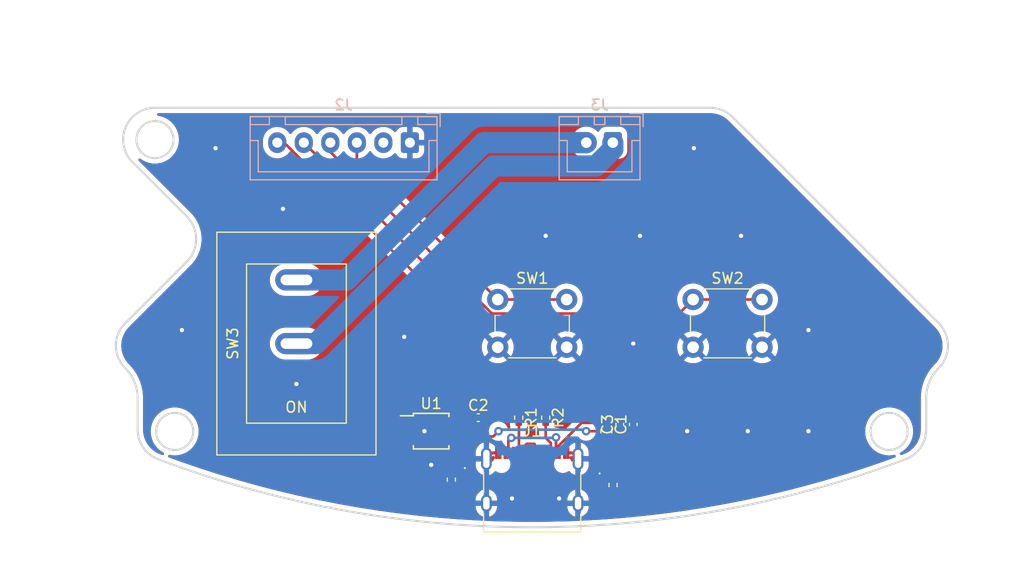
<source format=kicad_pcb>
(kicad_pcb (version 20211014) (generator pcbnew)
  (layers (0 "F.Cu" signal) (31 "B.Cu" signal) (34 "B.Paste" user) (35 "F.Paste" user) (36 "B.SilkS" user "B.Silkscreen") (37 "F.SilkS" user "F.Silkscreen") (38 "B.Mask" user) (39 "F.Mask" user) (44 "Edge.Cuts" user))
  (net 0 "")
  (net 1 "VCC")
  (net 2 "GND")
  (net 3 "Net-(C2-Pad1)")
  (net 4 "Net-(D1-Pad2)")
  (net 5 "Net-(D2-Pad2)")
  (net 6 "Net-(F1-Pad2)")
  (net 7 "Net-(J1-PadA5)")
  (net 8 "D+")
  (net 9 "D-")
  (net 11 "Net-(J1-PadB5)")
  (net 14 "Net-(J2-Pad3)")
  (net 15 "Net-(J2-Pad4)")
  (net 16 "RX")
  (net 17 "TX")
  (net 18 "Net-(J3-Pad1)")
  (net 19 "Net-(J3-Pad2)")
  (net 20 "Net-(R4-Pad1)")
  (footprint "Capacitor_SMD:C_0402_1005Metric" (layer "F.Cu") (at 146.05 102.87)
    (fp_text reference "C2" (at 0 -1.16) (layer "F.SilkS"))
    (fp_text value "C_Small")
    (fp_line (start -0.107836 0.36) (end 0.107836 0.36) (layer "F.SilkS") (width 0.12))
    (fp_line (start -0.107836 -0.36) (end 0.107836 -0.36) (layer "F.SilkS") (width 0.12))
    (pad "1" smd roundrect (at -0.48 0) (size 0.56 0.62) (layers "F.Cu" "F.Paste" "F.Mask") (net 3 "Net-(C2-Pad1)"))
    (pad "2" smd roundrect (at 0.48 0) (size 0.56 0.62) (layers "F.Cu" "F.Paste" "F.Mask") (net 2 "GND"))
  )
  (footprint "Package_SO:MSOP-10_3x3mm_P0.5mm" (layer "F.Cu") (at 141.605 104.14)
    (fp_text reference "U1" (at 0 -2.6) (layer "F.SilkS"))
    (fp_text value "CH340E")
    (fp_line (start -1.675 -1.675) (end -1.675 -1.45) (layer "F.SilkS") (width 0.15))
    (fp_line (start -1.675 1.675) (end 1.675 1.675) (layer "F.SilkS") (width 0.15))
    (fp_line (start 1.675 -1.675) (end 1.675 -1.375) (layer "F.SilkS") (width 0.15))
    (fp_line (start -1.675 -1.675) (end 1.675 -1.675) (layer "F.SilkS") (width 0.15))
    (fp_line (start 1.675 1.675) (end 1.675 1.375) (layer "F.SilkS") (width 0.15))
    (fp_line (start -1.675 -1.45) (end -2.9 -1.45) (layer "F.SilkS") (width 0.15))
    (fp_line (start -1.675 1.675) (end -1.675 1.375) (layer "F.SilkS") (width 0.15))
    (pad "1" smd rect (at -2.2 -1) (size 1.4 0.3) (layers "F.Cu" "F.Paste" "F.Mask") (net 8 "D+"))
    (pad "2" smd rect (at -2.2 -0.5) (size 1.4 0.3) (layers "F.Cu" "F.Paste" "F.Mask") (net 9 "D-"))
    (pad "3" smd rect (at -2.2 0) (size 1.4 0.3) (layers "F.Cu" "F.Paste" "F.Mask") (net 2 "GND"))
    (pad "4" smd rect (at -2.2 0.5) (size 1.4 0.3) (layers "F.Cu" "F.Paste" "F.Mask"))
    (pad "5" smd rect (at -2.2 1) (size 1.4 0.3) (layers "F.Cu" "F.Paste" "F.Mask"))
    (pad "6" smd rect (at 2.2 1) (size 1.4 0.3) (layers "F.Cu" "F.Paste" "F.Mask") (net 20 "Net-(R4-Pad1)"))
    (pad "7" smd rect (at 2.2 0.5) (size 1.4 0.3) (layers "F.Cu" "F.Paste" "F.Mask") (net 1 "VCC"))
    (pad "8" smd rect (at 2.2 0) (size 1.4 0.3) (layers "F.Cu" "F.Paste" "F.Mask") (net 17 "TX"))
    (pad "9" smd rect (at 2.2 -0.5) (size 1.4 0.3) (layers "F.Cu" "F.Paste" "F.Mask") (net 16 "RX"))
    (pad "10" smd rect (at 2.2 -1) (size 1.4 0.3) (layers "F.Cu" "F.Paste" "F.Mask") (net 3 "Net-(C2-Pad1)"))
  )
  (footprint "Resistor_SMD:R_0402_1005Metric" (layer "F.Cu") (at 158.75 109.22 90)
    (fp_text reference "R3" hide)
    (fp_text value "R")
    (fp_line (start -0.153641 0.38) (end 0.153641 0.38) (layer "F.SilkS") (width 0.12))
    (fp_line (start -0.153641 -0.38) (end 0.153641 -0.38) (layer "F.SilkS") (width 0.12))
    (pad "1" smd roundrect (at -0.51 0 90) (size 0.54 0.64) (layers "F.Cu" "F.Paste" "F.Mask") (net 4 "Net-(D1-Pad2)"))
    (pad "2" smd roundrect (at 0.51 0 90) (size 0.54 0.64) (layers "F.Cu" "F.Paste" "F.Mask") (net 1 "VCC"))
  )
  (footprint "Resistor_SMD:R_0402_1005Metric" (layer "F.Cu") (at 143.51 108.71 -90)
    (fp_text reference "R4" hide)
    (fp_text value "R")
    (fp_line (start -0.153641 0.38) (end 0.153641 0.38) (layer "F.SilkS") (width 0.12))
    (fp_line (start -0.153641 -0.38) (end 0.153641 -0.38) (layer "F.SilkS") (width 0.12))
    (pad "1" smd roundrect (at -0.51 0 270) (size 0.54 0.64) (layers "F.Cu" "F.Paste" "F.Mask") (net 20 "Net-(R4-Pad1)"))
    (pad "2" smd roundrect (at 0.51 0 270) (size 0.54 0.64) (layers "F.Cu" "F.Paste" "F.Mask") (net 5 "Net-(D2-Pad2)"))
  )
  (footprint "Connector_USB:USB_C_Receptacle_XKB_U262-16XN-4BVC11" (layer "F.Cu") (at 151.13 109.855)
    (fp_text reference "J1" (at 0 -5.715) (layer "F.SilkS"))
    (fp_text value "USB_C_Receptacle_USB2.0")
    (fp_line (start 4.58 3.785) (end -4.58 3.785) (layer "F.SilkS") (width 0.12))
    (fp_line (start 4.58 0.07) (end 4.58 -1.85) (layer "F.SilkS") (width 0.12))
    (fp_line (start -4.58 3.785) (end -4.58 2.08) (layer "F.SilkS") (width 0.12))
    (fp_line (start -4.58 -1.85) (end -4.58 0.07) (layer "F.SilkS") (width 0.12))
    (fp_line (start 4.58 2.08) (end 4.58 3.785) (layer "F.SilkS") (width 0.12))
    (pad "" np_thru_hole circle (at -2.89 -2.605) (size 0.65 0.65) (drill 0.65) (layers *.Cu *.Mask))
    (pad "" np_thru_hole circle (at 2.89 -2.605) (size 0.65 0.65) (drill 0.65) (layers *.Cu *.Mask))
    (pad "A1" smd rect (at -3.35 -3.67) (size 0.3 1.15) (layers "F.Cu" "F.Paste" "F.Mask") (net 2 "GND"))
    (pad "A4" smd rect (at -2.55 -3.67) (size 0.3 1.15) (layers "F.Cu" "F.Paste" "F.Mask") (net 6 "Net-(F1-Pad2)"))
    (pad "A5" smd rect (at -1.25 -3.67) (size 0.3 1.15) (layers "F.Cu" "F.Paste" "F.Mask") (net 7 "Net-(J1-PadA5)"))
    (pad "A6" smd rect (at -0.25 -3.67) (size 0.3 1.15) (layers "F.Cu" "F.Paste" "F.Mask") (net 8 "D+"))
    (pad "A7" smd rect (at 0.25 -3.67) (size 0.3 1.15) (layers "F.Cu" "F.Paste" "F.Mask") (net 9 "D-"))
    (pad "A8" smd rect (at 1.25 -3.67) (size 0.3 1.15) (layers "F.Cu" "F.Paste" "F.Mask"))
    (pad "A9" smd rect (at 2.55 -3.67) (size 0.3 1.15) (layers "F.Cu" "F.Paste" "F.Mask") (net 6 "Net-(F1-Pad2)"))
    (pad "A12" smd rect (at 3.35 -3.67) (size 0.3 1.15) (layers "F.Cu" "F.Paste" "F.Mask") (net 2 "GND"))
    (pad "B1" smd rect (at 3.05 -3.67) (size 0.3 1.15) (layers "F.Cu" "F.Paste" "F.Mask") (net 2 "GND"))
    (pad "B4" smd rect (at 2.25 -3.67) (size 0.3 1.15) (layers "F.Cu" "F.Paste" "F.Mask") (net 6 "Net-(F1-Pad2)"))
    (pad "B5" smd rect (at 1.75 -3.67) (size 0.3 1.15) (layers "F.Cu" "F.Paste" "F.Mask") (net 11 "Net-(J1-PadB5)"))
    (pad "B6" smd rect (at 0.75 -3.67) (size 0.3 1.15) (layers "F.Cu" "F.Paste" "F.Mask") (net 8 "D+"))
    (pad "B7" smd rect (at -0.75 -3.67) (size 0.3 1.15) (layers "F.Cu" "F.Paste" "F.Mask") (net 9 "D-"))
    (pad "B8" smd rect (at -1.75 -3.67) (size 0.3 1.15) (layers "F.Cu" "F.Paste" "F.Mask"))
    (pad "B9" smd rect (at -2.25 -3.67) (size 0.3 1.15) (layers "F.Cu" "F.Paste" "F.Mask") (net 6 "Net-(F1-Pad2)"))
    (pad "B12" smd rect (at -3.05 -3.67) (size 0.3 1.15) (layers "F.Cu" "F.Paste" "F.Mask") (net 2 "GND"))
    (pad "S1" thru_hole oval (at 4.32 -3.105) (size 1 2.1) (drill oval 0.6 1.7) (layers *.Cu *.Mask) (net 2 "GND"))
    (pad "S1" thru_hole oval (at -4.32 -3.105) (size 1 2.1) (drill oval 0.6 1.7) (layers *.Cu *.Mask) (net 2 "GND"))
    (pad "S1" thru_hole oval (at 4.32 1.075) (size 1 1.6) (drill oval 0.6 1.2) (layers *.Cu *.Mask) (net 2 "GND"))
    (pad "S1" thru_hole oval (at -4.32 1.075) (size 1 1.6) (drill oval 0.6 1.2) (layers *.Cu *.Mask) (net 2 "GND"))
  )
  (footprint "Button_Switch_THT:SW_PUSH_6mm_H5mm" (layer "F.Cu") (at 147.88 91.73)
    (fp_text reference "SW1" (at 3.25 -2) (layer "F.SilkS"))
    (fp_text value "SW_Push")
    (fp_line (start -0.25 1.5) (end -0.25 3) (layer "F.SilkS") (width 0.12))
    (fp_line (start 6.75 3) (end 6.75 1.5) (layer "F.SilkS") (width 0.12))
    (fp_line (start 1 5.5) (end 5.5 5.5) (layer "F.SilkS") (width 0.12))
    (fp_line (start 5.5 -1) (end 1 -1) (layer "F.SilkS") (width 0.12))
    (pad "1" thru_hole circle (at 0 0 90) (size 2 2) (drill 1.1) (layers *.Cu *.Mask) (net 14 "Net-(J2-Pad3)"))
    (pad "1" thru_hole circle (at 6.5 0 90) (size 2 2) (drill 1.1) (layers *.Cu *.Mask) (net 14 "Net-(J2-Pad3)"))
    (pad "2" thru_hole circle (at 0 4.5 90) (size 2 2) (drill 1.1) (layers *.Cu *.Mask) (net 2 "GND"))
    (pad "2" thru_hole circle (at 6.5 4.5 90) (size 2 2) (drill 1.1) (layers *.Cu *.Mask) (net 2 "GND"))
  )
  (footprint "Fuse:Fuse_0603_1608Metric" (layer "F.Cu") (at 158.115 104.14 90)
    (fp_text reference "F1" hide)
    (fp_text value "Fuse")
    (fp_line (start -0.162779 0.51) (end 0.162779 0.51) (layer "F.SilkS") (width 0.12))
    (fp_line (start -0.162779 -0.51) (end 0.162779 -0.51) (layer "F.SilkS") (width 0.12))
    (pad "1" smd roundrect (at -0.7875 0 90) (size 0.875 0.95) (layers "F.Cu" "F.Paste" "F.Mask") (net 1 "VCC"))
    (pad "2" smd roundrect (at 0.7875 0 90) (size 0.875 0.95) (layers "F.Cu" "F.Paste" "F.Mask") (net 6 "Net-(F1-Pad2)"))
  )
  (footprint "Button_Switch_THT:SW_PUSH_6mm_H5mm" (layer "F.Cu") (at 166.295 91.73)
    (fp_text reference "SW2" (at 3.25 -2) (layer "F.SilkS"))
    (fp_text value "SW_Push")
    (fp_line (start 1 5.5) (end 5.5 5.5) (layer "F.SilkS") (width 0.12))
    (fp_line (start 6.75 3) (end 6.75 1.5) (layer "F.SilkS") (width 0.12))
    (fp_line (start -0.25 1.5) (end -0.25 3) (layer "F.SilkS") (width 0.12))
    (fp_line (start 5.5 -1) (end 1 -1) (layer "F.SilkS") (width 0.12))
    (pad "1" thru_hole circle (at 0 0 90) (size 2 2) (drill 1.1) (layers *.Cu *.Mask) (net 15 "Net-(J2-Pad4)"))
    (pad "1" thru_hole circle (at 6.5 0 90) (size 2 2) (drill 1.1) (layers *.Cu *.Mask) (net 15 "Net-(J2-Pad4)"))
    (pad "2" thru_hole circle (at 0 4.5 90) (size 2 2) (drill 1.1) (layers *.Cu *.Mask) (net 2 "GND"))
    (pad "2" thru_hole circle (at 6.5 4.5 90) (size 2 2) (drill 1.1) (layers *.Cu *.Mask) (net 2 "GND"))
  )
  (footprint "Capacitor_SMD:C_0402_1005Metric" (layer "F.Cu") (at 160.655 103.505 90)
    (fp_text reference "C1" (at 0 -1.16 90) (layer "F.SilkS"))
    (fp_text value "C_Small")
    (fp_line (start -0.107836 0.36) (end 0.107836 0.36) (layer "F.SilkS") (width 0.12))
    (fp_line (start -0.107836 -0.36) (end 0.107836 -0.36) (layer "F.SilkS") (width 0.12))
    (pad "1" smd roundrect (at -0.48 0 90) (size 0.56 0.62) (layers "F.Cu" "F.Paste" "F.Mask") (net 1 "VCC"))
    (pad "2" smd roundrect (at 0.48 0 90) (size 0.56 0.62) (layers "F.Cu" "F.Paste" "F.Mask") (net 2 "GND"))
  )
  (footprint "Lib:DS-850k" (layer "F.Cu") (at 128.905 95.885 -90)
    (fp_text reference "SW3" (at 0 6 90) (layer "F.SilkS"))
    (fp_text value "SW_DIP_x01")
    (fp_text user "ON" (at 6 0) (layer "F.SilkS"))
    (fp_line (start 7.5 4.7) (end 7.5 0) (layer "F.SilkS") (width 0.12))
    (fp_line (start -10.5 -7.5) (end -10.5 7.5) (layer "F.SilkS") (width 0.12))
    (fp_line (start 7.5 -4.7) (end -7.5 -4.7) (layer "F.SilkS") (width 0.12))
    (fp_line (start 10.5 -7.5) (end -10.5 -7.5) (layer "F.SilkS") (width 0.12))
    (fp_line (start 10.5 0) (end 10.5 -7.5) (layer "F.SilkS") (width 0.12))
    (fp_line (start 10.5 7.5) (end 10.5 0) (layer "F.SilkS") (width 0.12))
    (fp_line (start -7.5 -4.7) (end -7.5 4.7) (layer "F.SilkS") (width 0.12))
    (fp_line (start 7.5 0) (end 7.5 -4.7) (layer "F.SilkS") (width 0.12))
    (fp_line (start -10.5 7.5) (end 10.5 7.5) (layer "F.SilkS") (width 0.12))
    (fp_line (start -7.5 4.7) (end 7.5 4.7) (layer "F.SilkS") (width 0.12))
    (pad "1" thru_hole oval locked (at 0 0) (size 4 2) (drill oval 3 1) (layers *.Cu *.Mask) (net 18 "Net-(J3-Pad1)"))
    (pad "2" thru_hole oval locked (at -6 0) (size 4 2) (drill oval 3 1) (layers *.Cu *.Mask) (net 19 "Net-(J3-Pad2)"))
  )
  (footprint "LED_SMD:LED_0402_1005Metric" (layer "F.Cu") (at 157.48 109.22 -90)
    (fp_text reference "D1" hide)
    (fp_text value "LED")
    (fp_circle (center -1.09 0) (end -1.04 0) (layer "F.SilkS") (width 0.1) (fill none))
    (pad "1" smd roundrect (at -0.485 0 270) (size 0.59 0.64) (layers "F.Cu" "F.Paste" "F.Mask") (net 2 "GND"))
    (pad "2" smd roundrect (at 0.485 0 270) (size 0.59 0.64) (layers "F.Cu" "F.Paste" "F.Mask") (net 4 "Net-(D1-Pad2)"))
  )
  (footprint "Capacitor_SMD:C_0402_1005Metric" (layer "F.Cu") (at 159.385 103.505 90)
    (fp_text reference "C3" (at 0 -1.16 90) (layer "F.SilkS"))
    (fp_text value "C_Small")
    (fp_line (start -0.107836 0.36) (end 0.107836 0.36) (layer "F.SilkS") (width 0.12))
    (fp_line (start -0.107836 -0.36) (end 0.107836 -0.36) (layer "F.SilkS") (width 0.12))
    (pad "1" smd roundrect (at -0.48 0 90) (size 0.56 0.62) (layers "F.Cu" "F.Paste" "F.Mask") (net 1 "VCC"))
    (pad "2" smd roundrect (at 0.48 0 90) (size 0.56 0.62) (layers "F.Cu" "F.Paste" "F.Mask") (net 2 "GND"))
  )
  (footprint "Resistor_SMD:R_0402_1005Metric" (layer "F.Cu") (at 149.86 102.87 -90)
    (fp_text reference "R1" (at 0 -1.17 90) (layer "F.SilkS"))
    (fp_text value "R")
    (fp_line (start -0.153641 -0.38) (end 0.153641 -0.38) (layer "F.SilkS") (width 0.12))
    (fp_line (start -0.153641 0.38) (end 0.153641 0.38) (layer "F.SilkS") (width 0.12))
    (pad "1" smd roundrect (at -0.51 0 270) (size 0.54 0.64) (layers "F.Cu" "F.Paste" "F.Mask") (net 2 "GND"))
    (pad "2" smd roundrect (at 0.51 0 270) (size 0.54 0.64) (layers "F.Cu" "F.Paste" "F.Mask") (net 7 "Net-(J1-PadA5)"))
  )
  (footprint "LED_SMD:LED_0402_1005Metric" (layer "F.Cu") (at 144.78 108.71 -90)
    (fp_text reference "D2" hide)
    (fp_text value "LED")
    (fp_circle (center -1.09 0) (end -1.04 0) (layer "F.SilkS") (width 0.1) (fill none))
    (pad "1" smd roundrect (at -0.485 0 270) (size 0.59 0.64) (layers "F.Cu" "F.Paste" "F.Mask") (net 2 "GND"))
    (pad "2" smd roundrect (at 0.485 0 270) (size 0.59 0.64) (layers "F.Cu" "F.Paste" "F.Mask") (net 5 "Net-(D2-Pad2)"))
  )
  (footprint "Resistor_SMD:R_0402_1005Metric" (layer "F.Cu") (at 152.4 102.87 -90)
    (fp_text reference "R2" (at 0 -1.17 90) (layer "F.SilkS"))
    (fp_text value "R")
    (fp_line (start -0.153641 0.38) (end 0.153641 0.38) (layer "F.SilkS") (width 0.12))
    (fp_line (start -0.153641 -0.38) (end 0.153641 -0.38) (layer "F.SilkS") (width 0.12))
    (pad "1" smd roundrect (at -0.51 0 270) (size 0.54 0.64) (layers "F.Cu" "F.Paste" "F.Mask") (net 2 "GND"))
    (pad "2" smd roundrect (at 0.51 0 270) (size 0.54 0.64) (layers "F.Cu" "F.Paste" "F.Mask") (net 11 "Net-(J1-PadB5)"))
  )
  (footprint "Connector_JST:JST_XH_B2B-XH-A_1x02_P2.50mm_Vertical" (layer "B.Cu") (at 158.73 76.945 180)
    (fp_text reference "J3" (at 1.25 3.55) (layer "B.SilkS") (effects (justify mirror)))
    (fp_text value "Conn_01x02_Female")
    (fp_line (start 5.05 0.2) (end 4.3 0.2) (layer "B.SilkS") (width 0.12))
    (fp_line (start -2.55 1.7) (end -0.75 1.7) (layer "B.SilkS") (width 0.12))
    (fp_line (start 3.25 2.45) (end 3.25 1.7) (layer "B.SilkS") (width 0.12))
    (fp_line (start 1.75 2.45) (end 0.75 2.45) (layer "B.SilkS") (width 0.12))
    (fp_line (start -0.75 2.45) (end -2.55 2.45) (layer "B.SilkS") (width 0.12))
    (fp_line (start -2.85 2.75) (end -2.85 1.5) (layer "B.SilkS") (width 0.12))
    (fp_line (start -2.56 2.46) (end -2.56 -3.51) (layer "B.SilkS") (width 0.12))
    (fp_line (start 4.3 -2.75) (end 1.25 -2.75) (layer "B.SilkS") (width 0.12))
    (fp_line (start -2.56 -3.51) (end 5.06 -3.51) (layer "B.SilkS") (width 0.12))
    (fp_line (start -2.55 0.2) (end -1.8 0.2) (layer "B.SilkS") (width 0.12))
    (fp_line (start 5.06 -3.51) (end 5.06 2.46) (layer "B.SilkS") (width 0.12))
    (fp_line (start -1.8 -2.75) (end 1.25 -2.75) (layer "B.SilkS") (width 0.12))
    (fp_line (start 0.75 2.45) (end 0.75 1.7) (layer "B.SilkS") (width 0.12))
    (fp_line (start 0.75 1.7) (end 1.75 1.7) (layer "B.SilkS") (width 0.12))
    (fp_line (start 3.25 1.7) (end 5.05 1.7) (layer "B.SilkS") (width 0.12))
    (fp_line (start 5.06 2.46) (end -2.56 2.46) (layer "B.SilkS") (width 0.12))
    (fp_line (start -2.55 2.45) (end -2.55 1.7) (layer "B.SilkS") (width 0.12))
    (fp_line (start 1.75 1.7) (end 1.75 2.45) (layer "B.SilkS") (width 0.12))
    (fp_line (start -0.75 1.7) (end -0.75 2.45) (layer "B.SilkS") (width 0.12))
    (fp_line (start 5.05 2.45) (end 3.25 2.45) (layer "B.SilkS") (width 0.12))
    (fp_line (start -1.8 0.2) (end -1.8 -2.75) (layer "B.SilkS") (width 0.12))
    (fp_line (start -1.6 2.75) (end -2.85 2.75) (layer "B.SilkS") (width 0.12))
    (fp_line (start 4.3 0.2) (end 4.3 -2.75) (layer "B.SilkS") (width 0.12))
    (fp_line (start 5.05 1.7) (end 5.05 2.45) (layer "B.SilkS") (width 0.12))
    (pad "1" thru_hole roundrect (at 0 0 180) (size 1.7 2) (drill 1) (layers *.Cu *.Mask) (roundrect_rratio 0.147059) (net 18 "Net-(J3-Pad1)"))
    (pad "2" thru_hole oval (at 2.5 0 180) (size 1.7 2) (drill 1) (layers *.Cu *.Mask) (net 19 "Net-(J3-Pad2)"))
  )
  (footprint "Connector_JST:JST_XH_B6B-XH-A_1x06_P2.50mm_Vertical" (layer "B.Cu") (at 139.6 76.945 180)
    (fp_text reference "J2" (at 6.25 3.55) (layer "B.SilkS") (effects (justify mirror)))
    (fp_text value "Conn_01x06_Female")
    (fp_line (start 15.05 0.2) (end 14.3 0.2) (layer "B.SilkS") (width 0.12))
    (fp_line (start 14.3 0.2) (end 14.3 -2.75) (layer "B.SilkS") (width 0.12))
    (fp_line (start -1.8 -2.75) (end 6.25 -2.75) (layer "B.SilkS") (width 0.12))
    (fp_line (start -2.55 2.45) (end -2.55 1.7) (layer "B.SilkS") (width 0.12))
    (fp_line (start -0.75 2.45) (end -2.55 2.45) (layer "B.SilkS") (width 0.12))
    (fp_line (start 11.75 1.7) (end 11.75 2.45) (layer "B.SilkS") (width 0.12))
    (fp_line (start 15.06 2.46) (end -2.56 2.46) (layer "B.SilkS") (width 0.12))
    (fp_line (start 15.06 -3.51) (end 15.06 2.46) (layer "B.SilkS") (width 0.12))
    (fp_line (start -2.56 -3.51) (end 15.06 -3.51) (layer "B.SilkS") (width 0.12))
    (fp_line (start -0.75 1.7) (end -0.75 2.45) (layer "B.SilkS") (width 0.12))
    (fp_line (start -2.55 1.7) (end -0.75 1.7) (layer "B.SilkS") (width 0.12))
    (fp_line (start -2.55 0.2) (end -1.8 0.2) (layer "B.SilkS") (width 0.12))
    (fp_line (start 13.25 1.7) (end 15.05 1.7) (layer "B.SilkS") (width 0.12))
    (fp_line (start -1.8 0.2) (end -1.8 -2.75) (layer "B.SilkS") (width 0.12))
    (fp_line (start -2.85 2.75) (end -2.85 1.5) (layer "B.SilkS") (width 0.12))
    (fp_line (start -1.6 2.75) (end -2.85 2.75) (layer "B.SilkS") (width 0.12))
    (fp_line (start 13.25 2.45) (end 13.25 1.7) (layer "B.SilkS") (width 0.12))
    (fp_line (start 0.75 1.7) (end 11.75 1.7) (layer "B.SilkS") (width 0.12))
    (fp_line (start 11.75 2.45) (end 0.75 2.45) (layer "B.SilkS") (width 0.12))
    (fp_line (start 14.3 -2.75) (end 6.25 -2.75) (layer "B.SilkS") (width 0.12))
    (fp_line (start 0.75 2.45) (end 0.75 1.7) (layer "B.SilkS") (width 0.12))
    (fp_line (start 15.05 1.7) (end 15.05 2.45) (layer "B.SilkS") (width 0.12))
    (fp_line (start -2.56 2.46) (end -2.56 -3.51) (layer "B.SilkS") (width 0.12))
    (fp_line (start 15.05 2.45) (end 13.25 2.45) (layer "B.SilkS") (width 0.12))
    (pad "1" thru_hole roundrect (at 0 0 180) (size 1.7 1.95) (drill 0.95) (layers *.Cu *.Mask) (roundrect_rratio 0.147059) (net 2 "GND"))
    (pad "2" thru_hole oval (at 2.5 0 180) (size 1.7 1.95) (drill 0.95) (layers *.Cu *.Mask))
    (pad "3" thru_hole oval (at 5 0 180) (size 1.7 1.95) (drill 0.95) (layers *.Cu *.Mask) (net 14 "Net-(J2-Pad3)"))
    (pad "4" thru_hole oval (at 7.5 0 180) (size 1.7 1.95) (drill 0.95) (layers *.Cu *.Mask) (net 15 "Net-(J2-Pad4)"))
    (pad "5" thru_hole oval (at 10 0 180) (size 1.7 1.95) (drill 0.95) (layers *.Cu *.Mask) (net 16 "RX"))
    (pad "6" thru_hole oval (at 12.5 0 180) (size 1.7 1.95) (drill 0.95) (layers *.Cu *.Mask) (net 17 "TX"))
  )
  (gr_arc (start 112.767005 98.201325) (mid 113.634116 99.499014) (end 113.938578 101.029752) (layer "Edge.Cuts") (width 0.2))
  (gr_arc (start 112.767005 98.201325) (mid 111.888315 96.080003) (end 112.767005 93.958684) (layer "Edge.Cuts") (width 0.2))
  (gr_line (start 167.895902 73.66) (end 115.57 73.66) (layer "Edge.Cuts") (width 0.2))
  (gr_arc (start 115.881974 106.789589) (mid 114.471821 105.689178) (end 113.938578 103.981816) (layer "Edge.Cuts") (width 0.2))
  (gr_arc (start 167.895902 73.66) (mid 169.043952 73.888362) (end 170.017222 74.538679) (layer "Edge.Cuts") (width 0.2))
  (gr_arc (start 113.44868 78.78132) (mid 112.798362 75.51195) (end 115.57 73.66) (layer "Edge.Cuts") (width 0.2))
  (gr_circle (center 115.57 76.66) (end 117.32 76.66) (layer "Edge.Cuts") (width 0.2) (fill none))
  (gr_line (start 113.44868 78.78132) (end 118.575204 83.907844) (layer "Edge.Cuts") (width 0.2))
  (gr_arc (start 189.437227 93.958684) (mid 190.315902 96.080003) (end 189.437227 98.201325) (layer "Edge.Cuts") (width 0.2))
  (gr_circle (center 117.430632 104.165464) (end 119.180632 104.165464) (layer "Edge.Cuts") (width 0.2) (fill none))
  (gr_line (start 188.265654 103.981816) (end 188.265654 101.029752) (layer "Edge.Cuts") (width 0.2))
  (gr_arc (start 186.322258 106.789589) (mid 151.102116 113.197166) (end 115.881974 106.789589) (layer "Edge.Cuts") (width 0.2))
  (gr_arc (start 188.265654 101.029752) (mid 188.570143 99.49902) (end 189.437227 98.201325) (layer "Edge.Cuts") (width 0.2))
  (gr_circle (center 184.7736 104.165464) (end 186.5236 104.165464) (layer "Edge.Cuts") (width 0.2) (fill none))
  (gr_arc (start 118.575204 83.907844) (mid 119.45388 86.029163) (end 118.575204 88.150485) (layer "Edge.Cuts") (width 0.2))
  (gr_arc (start 188.265654 103.981816) (mid 187.732434 105.689191) (end 186.322258 106.789589) (layer "Edge.Cuts") (width 0.2))
  (gr_line (start 118.575204 88.150485) (end 112.767005 93.958684) (layer "Edge.Cuts") (width 0.2))
  (gr_line (start 189.437227 93.958684) (end 170.017222 74.538679) (layer "Edge.Cuts") (width 0.2))
  (gr_line (start 113.938578 101.029752) (end 113.938578 103.981816) (layer "Edge.Cuts") (width 0.2))
  (segment (start 143.805 104.64) (end 147.455 104.64) (width 0.25) (layer "F.Cu") (net 1))
  (segment (start 156.21 104.14) (end 157.3275 104.14) (width 0.25) (layer "F.Cu") (net 1))
  (segment (start 158.115 104.9275) (end 158.4425 104.9275) (width 0.25) (layer "F.Cu") (net 1))
  (segment (start 159.385 103.985) (end 160.655 103.985) (width 0.25) (layer "F.Cu") (net 1))
  (segment (start 158.4425 104.9275) (end 159.385 103.985) (width 0.25) (layer "F.Cu") (net 1))
  (segment (start 147.455 104.64) (end 147.955 104.14) (width 0.25) (layer "F.Cu") (net 1))
  (segment (start 158.115 104.9275) (end 158.115 108.075) (width 0.25) (layer "F.Cu") (net 1))
  (segment (start 158.115 108.075) (end 158.75 108.71) (width 0.25) (layer "F.Cu") (net 1))
  (segment (start 157.3275 104.14) (end 158.115 104.9275) (width 0.25) (layer "F.Cu") (net 1))
  (via (at 156.21 104.14) (size 0.8) (drill 0.4) (layers "F.Cu" "B.Cu") (net 1))
  (via (at 147.955 104.14) (size 0.8) (drill 0.4) (layers "F.Cu" "B.Cu") (net 1))
  (segment (start 156.069324 103.999324) (end 156.21 104.14) (width 0.25) (layer "B.Cu") (net 1))
  (segment (start 148.095676 103.999324) (end 156.069324 103.999324) (width 0.25) (layer "B.Cu") (net 1))
  (segment (start 147.955 104.14) (end 148.095676 103.999324) (width 0.25) (layer "B.Cu") (net 1))
  (segment (start 154.48 106.185) (end 154.885 106.185) (width 0.25) (layer "F.Cu") (net 2))
  (segment (start 139.405 104.14) (end 140.97 104.14) (width 0.25) (layer "F.Cu") (net 2))
  (segment (start 154.885 106.185) (end 155.45 106.75) (width 0.25) (layer "F.Cu") (net 2))
  (segment (start 147.375 106.185) (end 146.81 106.75) (width 0.25) (layer "F.Cu") (net 2))
  (segment (start 148.08 106.185) (end 147.375 106.185) (width 0.25) (layer "F.Cu") (net 2))
  (via (at 128.905 99.695) (size 0.8) (drill 0.4) (layers "F.Cu" "B.Cu") (net 2))
  (via (at 153.67 110.49) (size 0.8) (drill 0.4) (layers "F.Cu" "B.Cu") (net 2))
  (via (at 118.11 94.615) (size 0.8) (drill 0.4) (layers "F.Cu" "B.Cu") (net 2))
  (via (at 161.29 85.725) (size 0.8) (drill 0.4) (layers "F.Cu" "B.Cu") (net 2))
  (via (at 166.37 77.47) (size 0.8) (drill 0.4) (layers "F.Cu" "B.Cu") (net 2))
  (via (at 177.165 104.14) (size 0.8) (drill 0.4) (layers "F.Cu" "B.Cu") (net 2))
  (via (at 121.285 77.47) (size 0.8) (drill 0.4) (layers "F.Cu" "B.Cu") (net 2))
  (via (at 140.97 104.14) (size 0.8) (drill 0.4) (layers "F.Cu" "B.Cu") (net 2))
  (via (at 149.225 110.49) (size 0.8) (drill 0.4) (layers "F.Cu" "B.Cu") (net 2))
  (via (at 152.4 85.725) (size 0.8) (drill 0.4) (layers "F.Cu" "B.Cu") (net 2))
  (via (at 177.165 94.615) (size 0.8) (drill 0.4) (layers "F.Cu" "B.Cu") (net 2))
  (via (at 139.065 95.25) (size 0.8) (drill 0.4) (layers "F.Cu" "B.Cu") (net 2))
  (via (at 160.655 95.885) (size 0.8) (drill 0.4) (layers "F.Cu" "B.Cu") (net 2))
  (via (at 141.605 107.315) (size 0.8) (drill 0.4) (layers "F.Cu" "B.Cu") (net 2))
  (via (at 127.635 83.185) (size 0.8) (drill 0.4) (layers "F.Cu" "B.Cu") (net 2))
  (via (at 165.735 104.14) (size 0.8) (drill 0.4) (layers "F.Cu" "B.Cu") (net 2))
  (via (at 171.45 104.14) (size 0.8) (drill 0.4) (layers "F.Cu" "B.Cu") (net 2))
  (via (at 170.815 85.725) (size 0.8) (drill 0.4) (layers "F.Cu" "B.Cu") (net 2))
  (segment (start 143.805 103.14) (end 145.3 103.14) (width 0.25) (layer "F.Cu") (net 3))
  (segment (start 145.3 103.14) (end 145.57 102.87) (width 0.25) (layer "F.Cu") (net 3))
  (segment (start 157.48 109.705) (end 158.725 109.705) (width 0.25) (layer "F.Cu") (net 4))
  (segment (start 158.725 109.705) (end 158.75 109.73) (width 0.25) (layer "F.Cu") (net 4))
  (segment (start 144.755 109.22) (end 144.78 109.195) (width 0.25) (layer "F.Cu") (net 5))
  (segment (start 143.51 109.22) (end 144.755 109.22) (width 0.25) (layer "F.Cu") (net 5))
  (segment (start 148.88 105.0505) (end 149.1555 104.775) (width 0.25) (layer "F.Cu") (net 6))
  (segment (start 153.373433 106.178433) (end 153.38 106.185) (width 0.25) (layer "F.Cu") (net 6))
  (segment (start 148.88 106.185) (end 148.58 106.185) (width 0.25) (layer "F.Cu") (net 6))
  (segment (start 148.88 106.185) (end 148.88 105.0505) (width 0.25) (layer "F.Cu") (net 6))
  (segment (start 153.373433 104.723835) (end 153.373433 106.178433) (width 0.25) (layer "F.Cu") (net 6))
  (segment (start 153.38 105.76) (end 155.7875 103.3525) (width 0.25) (layer "F.Cu") (net 6))
  (segment (start 153.38 106.185) (end 153.38 105.76) (width 0.25) (layer "F.Cu") (net 6))
  (segment (start 155.7875 103.3525) (end 158.115 103.3525) (width 0.25) (layer "F.Cu") (net 6))
  (via (at 153.373433 104.723835) (size 0.8) (drill 0.4) (layers "F.Cu" "B.Cu") (net 6))
  (via (at 149.1555 104.775) (size 0.8) (drill 0.4) (layers "F.Cu" "B.Cu") (net 6))
  (segment (start 153.322268 104.775) (end 153.373433 104.723835) (width 0.25) (layer "B.Cu") (net 6))
  (segment (start 149.1555 104.775) (end 153.322268 104.775) (width 0.25) (layer "B.Cu") (net 6))
  (segment (start 149.86 103.38) (end 149.88 103.4) (width 0.25) (layer "F.Cu") (net 7))
  (segment (start 149.88 103.4) (end 149.88 106.185) (width 0.25) (layer "F.Cu") (net 7))
  (segment (start 149.225 108.585) (end 148.59 109.22) (width 0.2) (layer "F.Cu") (net 8))
  (segment (start 137.16 104.435978) (end 137.16 106.68) (width 0.2) (layer "F.Cu") (net 8))
  (segment (start 139.405 103.14) (end 138.455978 103.14) (width 0.2) (layer "F.Cu") (net 8))
  (segment (start 138.455978 103.14) (end 137.16 104.435978) (width 0.2) (layer "F.Cu") (net 8))
  (segment (start 150.88 106.185) (end 150.88 107.009022) (width 0.2) (layer "F.Cu") (net 8))
  (segment (start 146.3675 109.5375) (end 148.2725 109.5375) (width 0.2) (layer "F.Cu") (net 8))
  (segment (start 137.16 106.68) (end 140.77952 110.29952) (width 0.2) (layer "F.Cu") (net 8))
  (segment (start 150.88 106.93) (end 150.88 106.185) (width 0.2) (layer "F.Cu") (net 8))
  (segment (start 151.574022 107.315) (end 151.185978 107.315) (width 0.2) (layer "F.Cu") (net 8))
  (segment (start 148.2725 109.5375) (end 149.225 108.585) (width 0.2) (layer "F.Cu") (net 8))
  (segment (start 150.88 107.009022) (end 151.185978 107.315) (width 0.2) (layer "F.Cu") (net 8))
  (segment (start 144.78 111.125) (end 146.3675 109.5375) (width 0.2) (layer "F.Cu") (net 8))
  (segment (start 150.88 106.93) (end 149.225 108.585) (width 0.2) (layer "F.Cu") (net 8))
  (segment (start 141.605 111.125) (end 144.78 111.125) (width 0.2) (layer "F.Cu") (net 8))
  (segment (start 151.88 107.009022) (end 151.574022 107.315) (width 0.2) (layer "F.Cu") (net 8))
  (segment (start 151.88 106.185) (end 151.88 107.009022) (width 0.2) (layer "F.Cu") (net 8))
  (segment (start 137.16 106.68) (end 141.605 111.125) (width 0.2) (layer "F.Cu") (net 8))
  (segment (start 151.38 106.185) (end 151.38 105.360978) (width 0.2) (layer "F.Cu") (net 9))
  (segment (start 139.405 103.64) (end 138.520984 103.64) (width 0.2) (layer "F.Cu") (net 9))
  (segment (start 141.770486 110.72548) (end 144.614514 110.72548) (width 0.2) (layer "F.Cu") (net 9))
  (segment (start 148.107014 109.13798) (end 150.38 106.864994) (width 0.2) (layer "F.Cu") (net 9))
  (segment (start 150.38 105.525) (end 150.594511 105.310489) (width 0.2) (layer "F.Cu") (net 9))
  (segment (start 144.614514 110.72548) (end 146.202014 109.13798) (width 0.2) (layer "F.Cu") (net 9))
  (segment (start 151.38 105.360978) (end 151.329511 105.310489) (width 0.2) (layer "F.Cu") (net 9))
  (segment (start 138.520984 103.64) (end 137.55952 104.601464) (width 0.2) (layer "F.Cu") (net 9))
  (segment (start 150.38 106.185) (end 150.38 105.525) (width 0.2) (layer "F.Cu") (net 9))
  (segment (start 137.55952 104.601464) (end 137.55952 106.514514) (width 0.2) (layer "F.Cu") (net 9))
  (segment (start 151.329511 105.310489) (end 150.594511 105.310489) (width 0.2) (layer "F.Cu") (net 9))
  (segment (start 146.202014 109.13798) (end 148.107014 109.13798) (width 0.2) (layer "F.Cu") (net 9))
  (segment (start 150.38 106.864994) (end 150.38 106.185) (width 0.2) (layer "F.Cu") (net 9))
  (segment (start 137.55952 106.514514) (end 141.770486 110.72548) (width 0.2) (layer "F.Cu") (net 9))
  (segment (start 152.88 105.255) (end 152.88 106.185) (width 0.25) (layer "F.Cu") (net 11))
  (segment (start 152.4 104.775) (end 152.88 105.255) (width 0.25) (layer "F.Cu") (net 11))
  (segment (start 152.4 103.38) (end 152.4 104.775) (width 0.25) (layer "F.Cu") (net 11))
  (segment (start 147.88 91.73) (end 154.38 91.73) (width 0.25) (layer "F.Cu") (net 14))
  (segment (start 134.6 78.45) (end 134.6 76.945) (width 0.25) (layer "F.Cu") (net 14))
  (segment (start 147.88 91.73) (end 134.6 78.45) (width 0.25) (layer "F.Cu") (net 14))
  (segment (start 166.295 91.73) (end 164.970489 93.054511) (width 0.25) (layer "F.Cu") (net 15))
  (segment (start 132.1 77.823143) (end 132.1 76.945) (width 0.25) (layer "F.Cu") (net 15))
  (segment (start 147.331368 93.054511) (end 132.1 77.823143) (width 0.25) (layer "F.Cu") (net 15))
  (segment (start 166.295 91.73) (end 172.795 91.73) (width 0.25) (layer "F.Cu") (net 15))
  (segment (start 164.970489 93.054511) (end 147.331368 93.054511) (width 0.25) (layer "F.Cu") (net 15))
  (segment (start 142.708069 103.542091) (end 142.708069 90.053069) (width 0.25) (layer "F.Cu") (net 16))
  (segment (start 143.805 103.64) (end 142.805978 103.64) (width 0.25) (layer "F.Cu") (net 16))
  (segment (start 142.805978 103.64) (end 142.708069 103.542091) (width 0.25) (layer "F.Cu") (net 16))
  (segment (start 142.708069 90.053069) (end 129.6 76.945) (width 0.25) (layer "F.Cu") (net 16))
  (segment (start 127.745 76.945) (end 127.1 76.945) (width 0.25) (layer "F.Cu") (net 17))
  (segment (start 142.24 91.44) (end 127.745 76.945) (width 0.25) (layer "F.Cu") (net 17))
  (segment (start 143.805 104.14) (end 142.67026 104.14) (width 0.25) (layer "F.Cu") (net 17))
  (segment (start 142.67026 104.14) (end 142.24 103.70974) (width 0.25) (layer "F.Cu") (net 17))
  (segment (start 142.24 103.70974) (end 142.24 91.44) (width 0.25) (layer "F.Cu") (net 17))
  (segment (start 130.745591 95.885) (end 147.486072 79.14452) (width 2) (layer "B.Cu") (net 18))
  (segment (start 128.905 95.885) (end 130.745591 95.885) (width 2) (layer "B.Cu") (net 18))
  (segment (start 157.141071 79.14452) (end 158.73 77.555591) (width 2) (layer "B.Cu") (net 18))
  (segment (start 158.73 77.555591) (end 158.73 76.945) (width 2) (layer "B.Cu") (net 18))
  (segment (start 147.486072 79.14452) (end 157.141071 79.14452) (width 2) (layer "B.Cu") (net 18))
  (segment (start 146.575 76.945) (end 156.23 76.945) (width 2) (layer "B.Cu") (net 19))
  (segment (start 133.635 89.885) (end 146.575 76.945) (width 2) (layer "B.Cu") (net 19))
  (segment (start 128.905 89.885) (end 133.635 89.885) (width 2) (layer "B.Cu") (net 19))
  (segment (start 144.78 106.93) (end 143.51 108.2) (width 0.25) (layer "F.Cu") (net 20))
  (segment (start 143.805 105.14) (end 144.51 105.14) (width 0.25) (layer "F.Cu") (net 20))
  (segment (start 144.78 105.41) (end 144.78 106.93) (width 0.25) (layer "F.Cu") (net 20))
  (segment (start 144.51 105.14) (end 144.78 105.41) (width 0.25) (layer "F.Cu") (net 20))
  (zone (net 2) (net_name "GND") (layers F&B.Cu) (connect_pads (clearance 0.508)) (min_thickness 0.254) (fill yes (thermal_gap 0.508) (thermal_bridge_width 0.508))
    (polygon (pts (xy 197.485 116.205) (xy 100.965 116.84) (xy 101.6 63.5) (xy 197.485 63.5)))
  )
)
</source>
